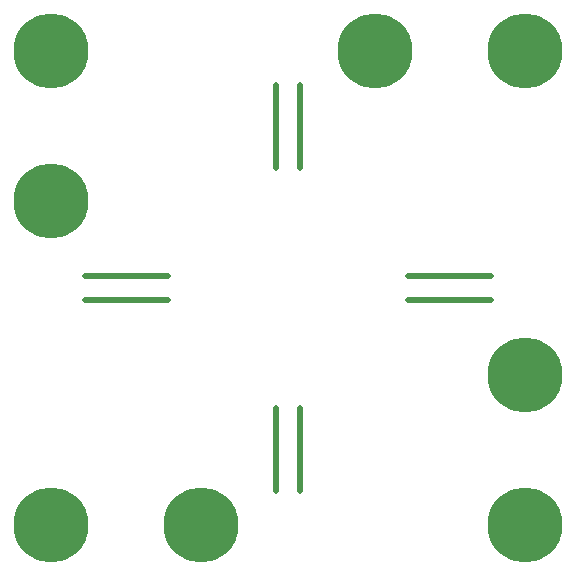
<source format=gbs>
%FSLAX24Y24*%
%MOIN*%
%ADD10C,0.25*%
%ADD11C,0.019685039370079*%
%LPD*%
D10*
X7500Y2500D03*
X2500D03*
X18287Y7500D03*
Y2500D03*
D11*
X10000Y3622D02*
G01*
Y6378D01*
X10787Y3622D02*
Y6378D01*
D10*
X2500Y13287D03*
Y18287D03*
X13287D03*
X18287D03*
D11*
X10000Y14409D02*
Y17165D01*
X10787Y14409D02*
Y17165D01*
X3622Y10000D02*
X6378D01*
X3622Y10787D02*
X6378D01*
X14409Y10000D02*
X17165D01*
X14409Y10787D02*
X17165D01*
M02*

</source>
